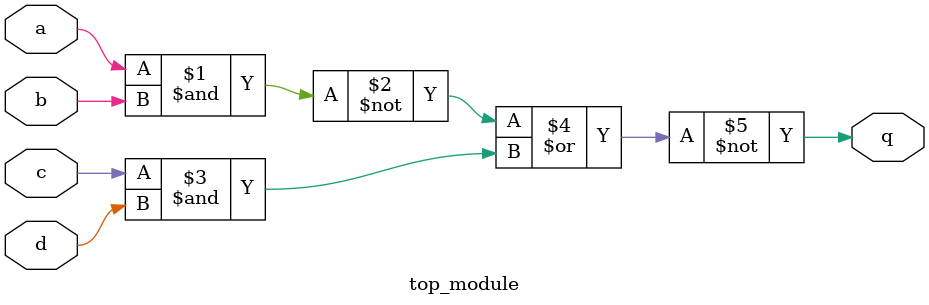
<source format=sv>
module top_module (
	input a, 
	input b, 
	input c, 
	input d,
	output q
);
	// Assign statement for the output q
	assign q = ~((~(a & b)) | (c & d));
endmodule

</source>
